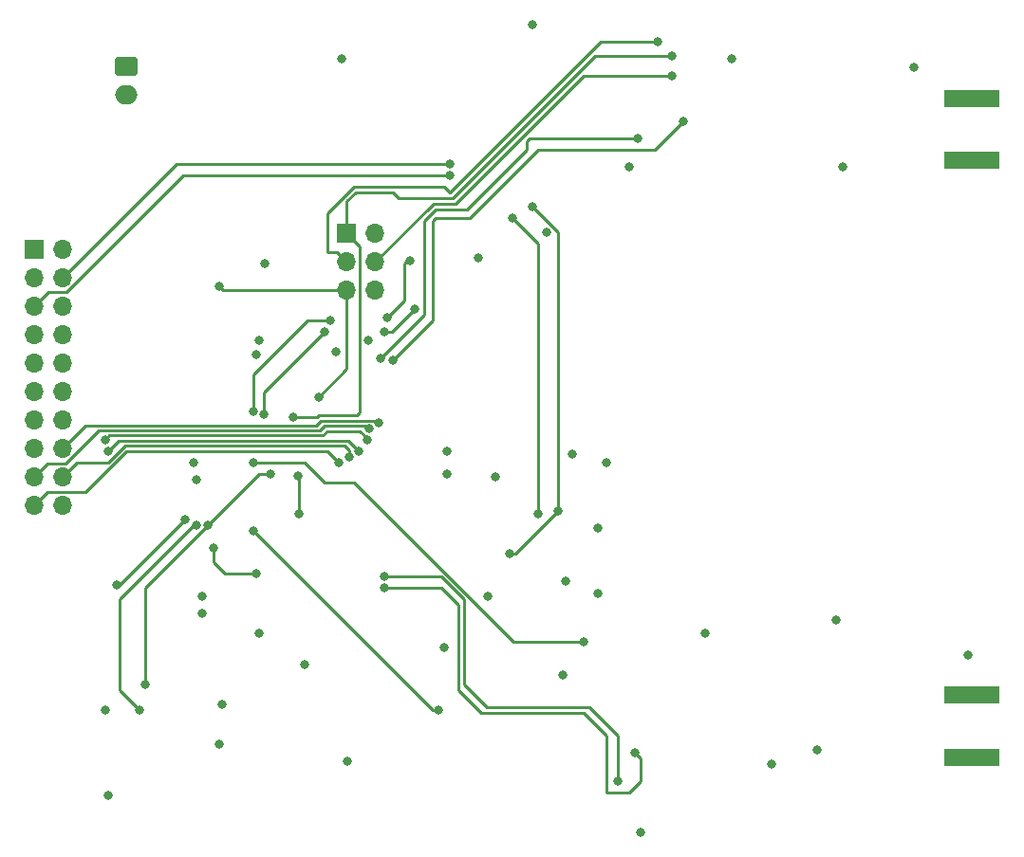
<source format=gbl>
%TF.GenerationSoftware,KiCad,Pcbnew,6.0.9-8da3e8f707~116~ubuntu22.04.1*%
%TF.CreationDate,2023-09-17T15:53:30-04:00*%
%TF.ProjectId,Recovery_DoubleStage,5265636f-7665-4727-995f-446f75626c65,rev?*%
%TF.SameCoordinates,Original*%
%TF.FileFunction,Copper,L4,Bot*%
%TF.FilePolarity,Positive*%
%FSLAX46Y46*%
G04 Gerber Fmt 4.6, Leading zero omitted, Abs format (unit mm)*
G04 Created by KiCad (PCBNEW 6.0.9-8da3e8f707~116~ubuntu22.04.1) date 2023-09-17 15:53:30*
%MOMM*%
%LPD*%
G01*
G04 APERTURE LIST*
G04 Aperture macros list*
%AMRoundRect*
0 Rectangle with rounded corners*
0 $1 Rounding radius*
0 $2 $3 $4 $5 $6 $7 $8 $9 X,Y pos of 4 corners*
0 Add a 4 corners polygon primitive as box body*
4,1,4,$2,$3,$4,$5,$6,$7,$8,$9,$2,$3,0*
0 Add four circle primitives for the rounded corners*
1,1,$1+$1,$2,$3*
1,1,$1+$1,$4,$5*
1,1,$1+$1,$6,$7*
1,1,$1+$1,$8,$9*
0 Add four rect primitives between the rounded corners*
20,1,$1+$1,$2,$3,$4,$5,0*
20,1,$1+$1,$4,$5,$6,$7,0*
20,1,$1+$1,$6,$7,$8,$9,0*
20,1,$1+$1,$8,$9,$2,$3,0*%
G04 Aperture macros list end*
%TA.AperFunction,ComponentPad*%
%ADD10RoundRect,0.250000X-0.750000X0.600000X-0.750000X-0.600000X0.750000X-0.600000X0.750000X0.600000X0*%
%TD*%
%TA.AperFunction,ComponentPad*%
%ADD11O,2.000000X1.700000*%
%TD*%
%TA.AperFunction,ComponentPad*%
%ADD12R,1.700000X1.700000*%
%TD*%
%TA.AperFunction,ComponentPad*%
%ADD13O,1.700000X1.700000*%
%TD*%
%TA.AperFunction,SMDPad,CuDef*%
%ADD14R,5.000000X1.600000*%
%TD*%
%TA.AperFunction,ViaPad*%
%ADD15C,0.800000*%
%TD*%
%TA.AperFunction,Conductor*%
%ADD16C,0.250000*%
%TD*%
G04 APERTURE END LIST*
D10*
%TO.P,J6,1,+*%
%TO.N,+BATT*%
X25264600Y-20015200D03*
D11*
%TO.P,J6,2,-*%
%TO.N,GND*%
X25264600Y-22515200D03*
%TD*%
D12*
%TO.P,J1,1,Pin_1*%
%TO.N,/MISO*%
X44921000Y-34937000D03*
D13*
%TO.P,J1,2,Pin_2*%
%TO.N,+3V3*%
X47461000Y-34937000D03*
%TO.P,J1,3,Pin_3*%
%TO.N,/SCK*%
X44921000Y-37477000D03*
%TO.P,J1,4,Pin_4*%
%TO.N,/MOSI*%
X47461000Y-37477000D03*
%TO.P,J1,5,Pin_5*%
%TO.N,/microcontroller/RESET*%
X44921000Y-40017000D03*
%TO.P,J1,6,Pin_6*%
%TO.N,GND*%
X47461000Y-40017000D03*
%TD*%
D14*
%TO.P,J3,4*%
%TO.N,N/C*%
X100657000Y-76173200D03*
%TO.P,J3,5*%
X100657000Y-81713200D03*
%TD*%
%TO.P,J4,4*%
%TO.N,N/C*%
X100690000Y-22884000D03*
%TO.P,J4,5*%
X100690000Y-28424000D03*
%TD*%
D12*
%TO.P,J2,1,Pin_1*%
%TO.N,+BATT*%
X17013000Y-36327000D03*
D13*
%TO.P,J2,2,Pin_2*%
%TO.N,+5V*%
X19553000Y-36327000D03*
%TO.P,J2,3,Pin_3*%
%TO.N,+3V3*%
X17013000Y-38867000D03*
%TO.P,J2,4,Pin_4*%
%TO.N,/SDA*%
X19553000Y-38867000D03*
%TO.P,J2,5,Pin_5*%
%TO.N,/SCL*%
X17013000Y-41407000D03*
%TO.P,J2,6,Pin_6*%
%TO.N,/TX0*%
X19553000Y-41407000D03*
%TO.P,J2,7,Pin_7*%
%TO.N,/RX0*%
X17013000Y-43947000D03*
%TO.P,J2,8,Pin_8*%
%TO.N,/OPT1*%
X19553000Y-43947000D03*
%TO.P,J2,9,Pin_9*%
%TO.N,/OPT2*%
X17013000Y-46487000D03*
%TO.P,J2,10,Pin_10*%
%TO.N,/OPT3*%
X19553000Y-46487000D03*
%TO.P,J2,11,Pin_11*%
%TO.N,GND*%
X17013000Y-49027000D03*
%TO.P,J2,12,Pin_12*%
%TO.N,/OPT4*%
X19553000Y-49027000D03*
%TO.P,J2,13,Pin_13*%
%TO.N,/OPT5*%
X17013000Y-51567000D03*
%TO.P,J2,14,Pin_14*%
%TO.N,/IGNITION*%
X19553000Y-51567000D03*
%TO.P,J2,15,Pin_15*%
%TO.N,/ID3*%
X17013000Y-54107000D03*
%TO.P,J2,16,Pin_16*%
%TO.N,/Relay_2*%
X19553000Y-54107000D03*
%TO.P,J2,17,Pin_17*%
%TO.N,/Relay_1*%
X17013000Y-56647000D03*
%TO.P,J2,18,Pin_18*%
%TO.N,/ID2*%
X19553000Y-56647000D03*
%TO.P,J2,19,Pin_19*%
%TO.N,/ID1*%
X17013000Y-59187000D03*
%TO.P,J2,20,Pin_20*%
%TO.N,GND*%
X19553000Y-59187000D03*
%TD*%
D15*
%TO.N,GND*%
X100380800Y-72593200D03*
%TO.N,/microcontroller/RESET*%
X42418000Y-49530000D03*
X40581700Y-56583700D03*
X33528000Y-39624000D03*
X40640000Y-59944000D03*
%TO.N,GND*%
X64465200Y-65938400D03*
X56642000Y-37084000D03*
X61468000Y-16256000D03*
X67310000Y-61214000D03*
X64211200Y-74320400D03*
X31496000Y-56896000D03*
X89154000Y-28956000D03*
X86868000Y-81026000D03*
X36830000Y-45720000D03*
X65024000Y-54660800D03*
X76911200Y-70612000D03*
X44958000Y-82042000D03*
X71120000Y-88392000D03*
X58166000Y-56642000D03*
X43942000Y-45466000D03*
X53848000Y-54356000D03*
X37592000Y-37592000D03*
X41148000Y-73406000D03*
X57505600Y-67310000D03*
X79248000Y-19304000D03*
X32004000Y-68834000D03*
X23368000Y-77470000D03*
%TO.N,+3V3*%
X44450000Y-19304000D03*
X67310000Y-67056000D03*
X68072000Y-55372000D03*
X95504000Y-20066000D03*
X53848000Y-56388000D03*
X31242000Y-55372000D03*
X70104000Y-28956000D03*
X62733701Y-34802299D03*
X46820500Y-44450000D03*
X82804000Y-82296000D03*
X88544400Y-69443600D03*
X37084000Y-44450000D03*
X33782000Y-76962000D03*
X33528000Y-80518000D03*
X32004000Y-67310000D03*
X53594000Y-71882000D03*
X37084000Y-70612000D03*
%TO.N,+5V*%
X23622000Y-85090000D03*
%TO.N,/MMC_INT*%
X48514000Y-42418000D03*
X50546000Y-37338000D03*
X36576000Y-50800000D03*
X43434000Y-42672000D03*
%TO.N,/BMP_INT*%
X48260000Y-43688000D03*
X37524211Y-51116070D03*
X42926000Y-43688000D03*
X51016500Y-41656000D03*
%TO.N,/MPU_INT*%
X66040000Y-71374000D03*
X36576000Y-55372000D03*
%TO.N,/SD_CS*%
X24384000Y-66294000D03*
X30480000Y-60452000D03*
%TO.N,/SCK*%
X72644000Y-17780000D03*
X31499949Y-60947452D03*
X26416000Y-77470000D03*
%TO.N,/MOSI*%
X73914000Y-20828000D03*
%TO.N,/MISO*%
X26924000Y-75184000D03*
X73914000Y-19050000D03*
X40132000Y-51308000D03*
X32512000Y-60960000D03*
X38100000Y-56388000D03*
%TO.N,/Buzzer*%
X53086000Y-77470000D03*
X36571701Y-61472299D03*
%TO.N,/OPT1*%
X36851500Y-65278000D03*
X33020000Y-62992000D03*
%TO.N,/SCL*%
X59690000Y-33528000D03*
X61976000Y-59944000D03*
X54102000Y-29718000D03*
%TO.N,/SDA*%
X54102000Y-28702000D03*
X59436000Y-63500000D03*
X63755500Y-59688500D03*
X61468000Y-32512000D03*
%TO.N,/RX1*%
X70612000Y-81280000D03*
X48260000Y-66548000D03*
%TO.N,/TX1*%
X69088000Y-83820000D03*
X48260000Y-65532000D03*
%TO.N,/ID3*%
X46009155Y-54356000D03*
X23622000Y-54356000D03*
%TO.N,/IGNITION*%
X23368000Y-53340000D03*
X46733655Y-53352333D03*
%TO.N,/ID1*%
X44196000Y-55372000D03*
%TO.N,/ID2*%
X45166258Y-54893150D03*
%TO.N,/Relay_1*%
X46920364Y-52370424D03*
%TO.N,/Relay_2*%
X47752000Y-51816000D03*
%TO.N,/LoRa_CS*%
X74930000Y-24892000D03*
X49022000Y-46228000D03*
%TO.N,/LoRa_RESET*%
X47947542Y-46068375D03*
X70866000Y-26416000D03*
%TD*%
D16*
%TO.N,/microcontroller/RESET*%
X44921000Y-40017000D02*
X33921000Y-40017000D01*
X42418000Y-49530000D02*
X44921000Y-47027000D01*
X40581700Y-56583700D02*
X40640000Y-56642000D01*
X33921000Y-40017000D02*
X33528000Y-39624000D01*
X40640000Y-56642000D02*
X40640000Y-59944000D01*
X44921000Y-47027000D02*
X44921000Y-40017000D01*
%TO.N,/MMC_INT*%
X50038000Y-40894000D02*
X50038000Y-37592000D01*
X40640000Y-43434000D02*
X41402000Y-42672000D01*
X36576000Y-50800000D02*
X36576000Y-47498000D01*
X48514000Y-42418000D02*
X50038000Y-40894000D01*
X50292000Y-37338000D02*
X50546000Y-37338000D01*
X36576000Y-47498000D02*
X40640000Y-43434000D01*
X41402000Y-42672000D02*
X43434000Y-42672000D01*
X50038000Y-37592000D02*
X50292000Y-37338000D01*
%TO.N,/BMP_INT*%
X37524211Y-51116070D02*
X37524211Y-49089789D01*
X37524211Y-49089789D02*
X42926000Y-43688000D01*
X48260000Y-43688000D02*
X48984500Y-43688000D01*
X48984500Y-43688000D02*
X51016500Y-41656000D01*
%TO.N,/MPU_INT*%
X45594396Y-57150000D02*
X42926000Y-57150000D01*
X39624000Y-55372000D02*
X36576000Y-55372000D01*
X59818396Y-71374000D02*
X45594396Y-57150000D01*
X41148000Y-55372000D02*
X39624000Y-55372000D01*
X66040000Y-71374000D02*
X59818396Y-71374000D01*
X42926000Y-57150000D02*
X41148000Y-55372000D01*
%TO.N,/SD_CS*%
X30480000Y-60452000D02*
X24638000Y-66294000D01*
X24638000Y-66294000D02*
X24384000Y-66294000D01*
%TO.N,/SCK*%
X67564000Y-17780000D02*
X54102000Y-31242000D01*
X45533604Y-30792000D02*
X43180000Y-33145604D01*
X24638000Y-67564000D02*
X24638000Y-75692000D01*
X24638000Y-75692000D02*
X26416000Y-77470000D01*
X31499949Y-60947452D02*
X31254548Y-60947452D01*
X44020000Y-36576000D02*
X44921000Y-37477000D01*
X43180000Y-36576000D02*
X44020000Y-36576000D01*
X31254548Y-60947452D02*
X24638000Y-67564000D01*
X72644000Y-17780000D02*
X67564000Y-17780000D01*
X53652000Y-30792000D02*
X45533604Y-30792000D01*
X43180000Y-33145604D02*
X43180000Y-36576000D01*
X54102000Y-31242000D02*
X53652000Y-30792000D01*
%TO.N,/MOSI*%
X73914000Y-20828000D02*
X66040000Y-20828000D01*
X54610000Y-32258000D02*
X52680000Y-32258000D01*
X66040000Y-20828000D02*
X54610000Y-32258000D01*
X52680000Y-32258000D02*
X47461000Y-37477000D01*
%TO.N,/MISO*%
X42289604Y-51308000D02*
X42402180Y-51195424D01*
X49530000Y-31750000D02*
X49022000Y-31242000D01*
X45720000Y-31242000D02*
X44921000Y-32041000D01*
X26924000Y-66548000D02*
X26924000Y-75184000D01*
X44921000Y-32041000D02*
X44921000Y-34937000D01*
X73914000Y-19050000D02*
X67056000Y-19050000D01*
X67056000Y-19050000D02*
X54356000Y-31750000D01*
X42402180Y-51195424D02*
X45832576Y-51195424D01*
X40132000Y-51308000D02*
X42289604Y-51308000D01*
X45832576Y-51195424D02*
X46096000Y-50932000D01*
X32512000Y-60960000D02*
X26924000Y-66548000D01*
X32512000Y-60960000D02*
X37084000Y-56388000D01*
X37084000Y-56388000D02*
X38100000Y-56388000D01*
X49022000Y-31242000D02*
X45720000Y-31242000D01*
X46096000Y-36112000D02*
X44921000Y-34937000D01*
X46096000Y-50932000D02*
X46096000Y-36112000D01*
X54356000Y-31750000D02*
X49530000Y-31750000D01*
%TO.N,/Buzzer*%
X36571701Y-61472299D02*
X52569402Y-77470000D01*
X52569402Y-77470000D02*
X53086000Y-77470000D01*
%TO.N,/OPT1*%
X34036000Y-65278000D02*
X33020000Y-64262000D01*
X36851500Y-65278000D02*
X34036000Y-65278000D01*
X33020000Y-64262000D02*
X33020000Y-62992000D01*
%TO.N,/SCL*%
X30363701Y-29718000D02*
X19949701Y-40132000D01*
X54102000Y-29718000D02*
X30363701Y-29718000D01*
X61976000Y-59944000D02*
X61976000Y-35814000D01*
X19949701Y-40132000D02*
X18288000Y-40132000D01*
X18288000Y-40132000D02*
X17013000Y-41407000D01*
X61976000Y-35814000D02*
X59690000Y-33528000D01*
%TO.N,/SDA*%
X63755500Y-34799500D02*
X61468000Y-32512000D01*
X54102000Y-28702000D02*
X29718000Y-28702000D01*
X29718000Y-28702000D02*
X19553000Y-38867000D01*
X63755500Y-59688500D02*
X59944000Y-63500000D01*
X63755500Y-59688500D02*
X63755500Y-34799500D01*
X59944000Y-63500000D02*
X59436000Y-63500000D01*
%TO.N,/RX1*%
X56896000Y-77724000D02*
X66040000Y-77724000D01*
X54356000Y-67564000D02*
X54864000Y-68072000D01*
X54864000Y-75692000D02*
X56896000Y-77724000D01*
X68072000Y-79756000D02*
X68072000Y-84836000D01*
X53340000Y-66548000D02*
X54356000Y-67564000D01*
X66040000Y-77724000D02*
X68072000Y-79756000D01*
X70104000Y-84836000D02*
X71120000Y-83820000D01*
X71120000Y-83820000D02*
X71120000Y-81788000D01*
X71120000Y-81788000D02*
X70612000Y-81280000D01*
X54864000Y-70104000D02*
X54864000Y-75692000D01*
X54864000Y-68072000D02*
X54864000Y-70104000D01*
X48260000Y-66548000D02*
X53340000Y-66548000D01*
X68072000Y-84836000D02*
X70104000Y-84836000D01*
%TO.N,/TX1*%
X53340000Y-65532000D02*
X55372000Y-67564000D01*
X55372000Y-67564000D02*
X55372000Y-75184000D01*
X55372000Y-75184000D02*
X57404000Y-77216000D01*
X66548000Y-77216000D02*
X69088000Y-79756000D01*
X48260000Y-65532000D02*
X53340000Y-65532000D01*
X57404000Y-77216000D02*
X66548000Y-77216000D01*
X69088000Y-79756000D02*
X69088000Y-83820000D01*
%TO.N,/ID3*%
X46009155Y-54356000D02*
X45073155Y-53420000D01*
X39878000Y-53420000D02*
X24558000Y-53420000D01*
X45073155Y-53420000D02*
X39878000Y-53420000D01*
X24558000Y-53420000D02*
X23622000Y-54356000D01*
%TO.N,/IGNITION*%
X46733655Y-53209020D02*
X46195364Y-52670729D01*
X46733655Y-53352333D02*
X46733655Y-53209020D01*
X23738000Y-52970000D02*
X23368000Y-53340000D01*
X42788000Y-52970000D02*
X39878000Y-52970000D01*
X46195364Y-52670729D02*
X46102635Y-52578000D01*
X46102635Y-52578000D02*
X43180000Y-52578000D01*
X39878000Y-52970000D02*
X23738000Y-52970000D01*
X43180000Y-52578000D02*
X42788000Y-52970000D01*
%TO.N,/ID1*%
X25283701Y-54356000D02*
X21627701Y-58012000D01*
X43180000Y-54356000D02*
X25283701Y-54356000D01*
X21627701Y-58012000D02*
X18188000Y-58012000D01*
X44196000Y-55372000D02*
X43180000Y-54356000D01*
X18188000Y-58012000D02*
X17013000Y-59187000D01*
%TO.N,/ID2*%
X25133305Y-53870000D02*
X23631305Y-55372000D01*
X45166258Y-54310258D02*
X44726000Y-53870000D01*
X45166258Y-54893150D02*
X45166258Y-54310258D01*
X23631305Y-55372000D02*
X20828000Y-55372000D01*
X20828000Y-55372000D02*
X19553000Y-56647000D01*
X44726000Y-53870000D02*
X25133305Y-53870000D01*
%TO.N,/Relay_1*%
X42926000Y-52095424D02*
X42501424Y-52520000D01*
X46920364Y-52370424D02*
X46645364Y-52095424D01*
X18188000Y-55472000D02*
X17013000Y-56647000D01*
X22801701Y-52520000D02*
X19849701Y-55472000D01*
X46645364Y-52095424D02*
X42926000Y-52095424D01*
X19849701Y-55472000D02*
X18188000Y-55472000D01*
X42501424Y-52520000D02*
X22801701Y-52520000D01*
%TO.N,/Relay_2*%
X42588576Y-51645424D02*
X42164000Y-52070000D01*
X47581424Y-51645424D02*
X42588576Y-51645424D01*
X47752000Y-51816000D02*
X47581424Y-51645424D01*
X42164000Y-52070000D02*
X21590000Y-52070000D01*
X21590000Y-52070000D02*
X19553000Y-54107000D01*
%TO.N,/LoRa_CS*%
X49022000Y-46228000D02*
X52578000Y-42672000D01*
X55880000Y-33528000D02*
X61976000Y-27432000D01*
X72390000Y-27432000D02*
X74930000Y-24892000D01*
X52832000Y-33528000D02*
X55880000Y-33528000D01*
X52578000Y-33782000D02*
X52832000Y-33528000D01*
X61976000Y-27432000D02*
X72390000Y-27432000D01*
X52578000Y-42672000D02*
X52578000Y-33782000D01*
%TO.N,/LoRa_RESET*%
X51816000Y-33782000D02*
X52832000Y-32766000D01*
X47947542Y-46068375D02*
X51816000Y-42199917D01*
X55626000Y-32766000D02*
X60960000Y-27432000D01*
X60960000Y-26670000D02*
X61214000Y-26416000D01*
X51816000Y-42199917D02*
X51816000Y-33782000D01*
X60960000Y-27432000D02*
X60960000Y-26670000D01*
X52832000Y-32766000D02*
X55626000Y-32766000D01*
X61214000Y-26416000D02*
X70866000Y-26416000D01*
%TD*%
M02*

</source>
